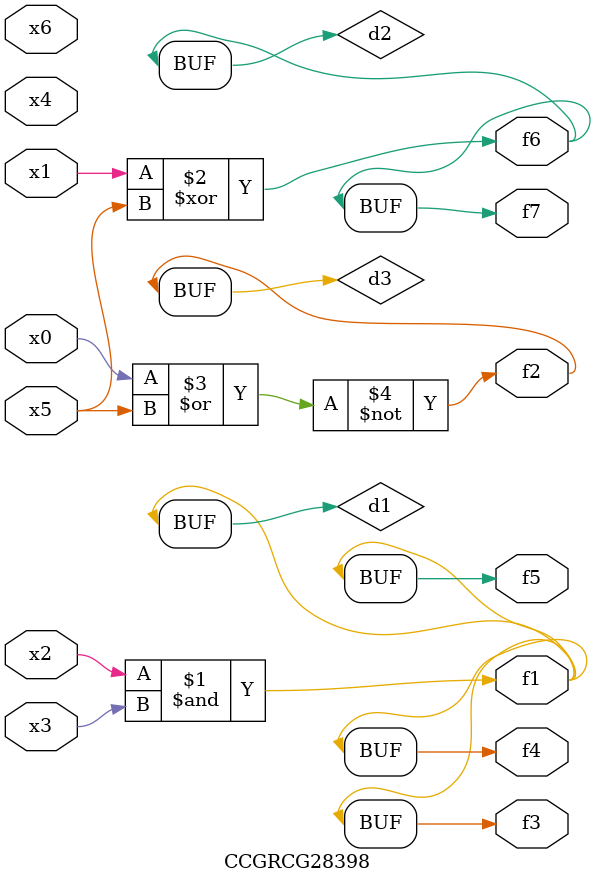
<source format=v>
module CCGRCG28398(
	input x0, x1, x2, x3, x4, x5, x6,
	output f1, f2, f3, f4, f5, f6, f7
);

	wire d1, d2, d3;

	and (d1, x2, x3);
	xor (d2, x1, x5);
	nor (d3, x0, x5);
	assign f1 = d1;
	assign f2 = d3;
	assign f3 = d1;
	assign f4 = d1;
	assign f5 = d1;
	assign f6 = d2;
	assign f7 = d2;
endmodule

</source>
